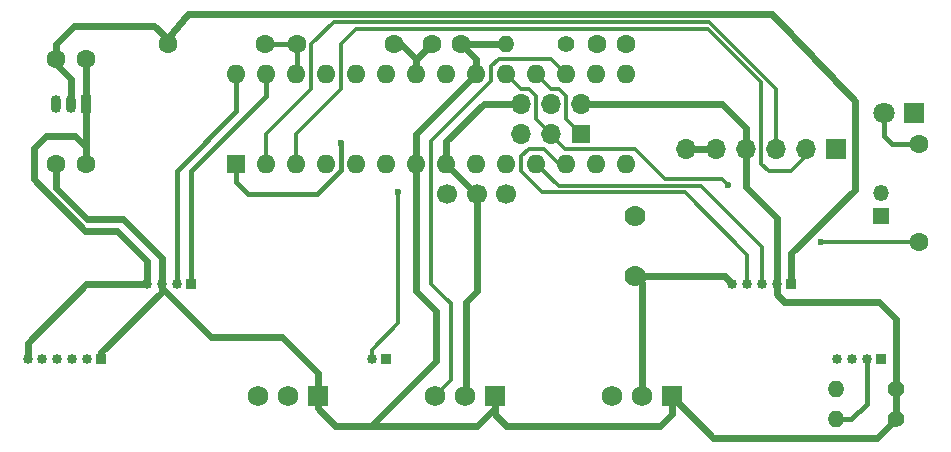
<source format=gbl>
G04 #@! TF.FileFunction,Copper,L2,Bot,Signal*
%FSLAX46Y46*%
G04 Gerber Fmt 4.6, Leading zero omitted, Abs format (unit mm)*
G04 Created by KiCad (PCBNEW 4.0.6) date 06/26/19 10:16:45*
%MOMM*%
%LPD*%
G01*
G04 APERTURE LIST*
%ADD10C,0.100000*%
%ADD11C,1.778000*%
%ADD12C,1.750000*%
%ADD13R,1.750000X1.750000*%
%ADD14R,0.850000X0.850000*%
%ADD15C,0.850000*%
%ADD16R,1.700000X1.700000*%
%ADD17O,1.700000X1.700000*%
%ADD18C,1.400000*%
%ADD19O,1.400000X1.400000*%
%ADD20R,1.600000X1.600000*%
%ADD21O,1.600000X1.600000*%
%ADD22C,1.600000*%
%ADD23C,1.700000*%
%ADD24R,1.800000X1.800000*%
%ADD25C,1.800000*%
%ADD26O,0.900000X1.500000*%
%ADD27R,0.900000X1.500000*%
%ADD28R,1.350000X1.350000*%
%ADD29O,1.350000X1.350000*%
%ADD30C,0.600000*%
%ADD31C,0.406400*%
%ADD32C,0.609600*%
%ADD33C,0.304800*%
G04 APERTURE END LIST*
D10*
D11*
X185420000Y-109220000D03*
X185420000Y-104140000D03*
D12*
X168418000Y-119365000D03*
X170958000Y-119365000D03*
D13*
X173498000Y-119365000D03*
D14*
X140208000Y-116205000D03*
D15*
X138958000Y-116205000D03*
X137708000Y-116205000D03*
X136458000Y-116205000D03*
X135208000Y-116205000D03*
X133958000Y-116205000D03*
D14*
X198628000Y-109855000D03*
D15*
X197378000Y-109855000D03*
X196128000Y-109855000D03*
X194878000Y-109855000D03*
X193628000Y-109855000D03*
D14*
X147828000Y-109855000D03*
D15*
X146578000Y-109855000D03*
X145328000Y-109855000D03*
X144078000Y-109855000D03*
D16*
X202438000Y-98425000D03*
D17*
X199898000Y-98425000D03*
X197358000Y-98425000D03*
X194818000Y-98425000D03*
X192278000Y-98425000D03*
X189738000Y-98425000D03*
D18*
X207478000Y-118745000D03*
D19*
X202398000Y-118745000D03*
D12*
X153418000Y-119365000D03*
X155958000Y-119365000D03*
D13*
X158498000Y-119365000D03*
D20*
X151638000Y-99695000D03*
D21*
X184658000Y-92075000D03*
X154178000Y-99695000D03*
X182118000Y-92075000D03*
X156718000Y-99695000D03*
X179578000Y-92075000D03*
X159258000Y-99695000D03*
X177038000Y-92075000D03*
X161798000Y-99695000D03*
X174498000Y-92075000D03*
X164338000Y-99695000D03*
X171958000Y-92075000D03*
X166878000Y-99695000D03*
X169418000Y-92075000D03*
X169418000Y-99695000D03*
X166878000Y-92075000D03*
X171958000Y-99695000D03*
X164338000Y-92075000D03*
X174498000Y-99695000D03*
X161798000Y-92075000D03*
X177038000Y-99695000D03*
X159258000Y-92075000D03*
X179578000Y-99695000D03*
X156718000Y-92075000D03*
X182118000Y-99695000D03*
X154178000Y-92075000D03*
X184658000Y-99695000D03*
X151638000Y-92075000D03*
D22*
X154047000Y-89535000D03*
X145797000Y-89535000D03*
D23*
X174498000Y-102235000D03*
X171998000Y-102235000D03*
X169498000Y-102235000D03*
D22*
X136398000Y-90805000D03*
X138898000Y-90805000D03*
X136398000Y-99695000D03*
X138898000Y-99695000D03*
D24*
X208998000Y-95365000D03*
D25*
X206458000Y-95365000D03*
D14*
X164338000Y-116205000D03*
D15*
X163088000Y-116205000D03*
D26*
X137668000Y-94615000D03*
X136398000Y-94615000D03*
D27*
X138938000Y-94615000D03*
D22*
X170688000Y-89535000D03*
X168188000Y-89535000D03*
X156722000Y-89535000D03*
X164972000Y-89535000D03*
X209423000Y-106295000D03*
X209423000Y-98045000D03*
X184658000Y-89535000D03*
X182158000Y-89535000D03*
D18*
X179538000Y-89535000D03*
D19*
X174458000Y-89535000D03*
D12*
X183418000Y-119365000D03*
X185958000Y-119365000D03*
D13*
X188498000Y-119365000D03*
D18*
X207478000Y-121285000D03*
D19*
X202398000Y-121285000D03*
D20*
X180848000Y-97155000D03*
D17*
X180848000Y-94615000D03*
X178308000Y-97155000D03*
X178308000Y-94615000D03*
X175768000Y-97155000D03*
X175768000Y-94615000D03*
D14*
X206248000Y-116205000D03*
D15*
X204998000Y-116205000D03*
X203748000Y-116205000D03*
X202498000Y-116205000D03*
D28*
X206248000Y-104140000D03*
D29*
X206248000Y-102140000D03*
D30*
X160528000Y-97917000D03*
X165354000Y-102108000D03*
X201168000Y-106299000D03*
X193294000Y-101473000D03*
D31*
X151638000Y-101219000D02*
X151638000Y-99695000D01*
X152654000Y-102235000D02*
X151638000Y-101219000D01*
X158496000Y-102235000D02*
X152654000Y-102235000D01*
X160528000Y-100203000D02*
X158496000Y-102235000D01*
X160528000Y-97917000D02*
X160528000Y-100203000D01*
D32*
X171038000Y-119285000D02*
X171038000Y-114365000D01*
X171998000Y-110450000D02*
X171038000Y-111410000D01*
X171038000Y-111410000D02*
X171038000Y-114365000D01*
X171998000Y-110450000D02*
X171998000Y-102235000D01*
X171038000Y-119285000D02*
X170958000Y-119365000D01*
X185958000Y-119365000D02*
X185958000Y-109758000D01*
X185958000Y-109758000D02*
X185420000Y-109220000D01*
X169418000Y-99695000D02*
X169418000Y-97790000D01*
X172593000Y-94615000D02*
X175768000Y-94615000D01*
X169418000Y-97790000D02*
X172593000Y-94615000D01*
X171998000Y-102235000D02*
X171958000Y-102235000D01*
X171958000Y-102235000D02*
X169418000Y-99695000D01*
X189738000Y-98425000D02*
X192278000Y-98425000D01*
X185420000Y-109220000D02*
X185928000Y-109220000D01*
X185928000Y-109220000D02*
X186038000Y-109330000D01*
X185420000Y-109220000D02*
X192993000Y-109220000D01*
X192993000Y-109220000D02*
X193628000Y-109855000D01*
X133958000Y-116205000D02*
X133958000Y-114835000D01*
X138938000Y-109855000D02*
X144078000Y-109855000D01*
X133958000Y-114835000D02*
X138938000Y-109855000D01*
X164972000Y-89535000D02*
X165568000Y-89535000D01*
X165568000Y-89535000D02*
X166878000Y-90845000D01*
X166878000Y-92075000D02*
X166878000Y-90845000D01*
X166878000Y-90845000D02*
X168188000Y-89535000D01*
X138898000Y-99695000D02*
X138898000Y-94655000D01*
X138898000Y-94655000D02*
X138938000Y-94615000D01*
X144078000Y-109855000D02*
X144078000Y-107945000D01*
X138898000Y-98265000D02*
X138898000Y-99695000D01*
X137998000Y-97365000D02*
X138898000Y-98265000D01*
X135498000Y-97365000D02*
X137998000Y-97365000D01*
X134498000Y-98365000D02*
X135498000Y-97365000D01*
X134498000Y-101009950D02*
X134498000Y-98365000D01*
X138853050Y-105365000D02*
X134498000Y-101009950D01*
X141498000Y-105365000D02*
X138853050Y-105365000D01*
X144078000Y-107945000D02*
X141498000Y-105365000D01*
X138938000Y-94615000D02*
X138938000Y-90845000D01*
X138938000Y-90845000D02*
X138898000Y-90805000D01*
X138898000Y-94655000D02*
X138938000Y-94615000D01*
D31*
X156722000Y-89535000D02*
X156722000Y-92071000D01*
X156722000Y-92071000D02*
X156718000Y-92075000D01*
X154047000Y-89535000D02*
X156722000Y-89535000D01*
X147828000Y-109855000D02*
X147828000Y-100330000D01*
X154178000Y-93980000D02*
X154178000Y-92075000D01*
X147828000Y-100330000D02*
X154178000Y-93980000D01*
X151638000Y-92075000D02*
X151638000Y-95250000D01*
X146578000Y-100310000D02*
X146578000Y-109855000D01*
X151638000Y-95250000D02*
X146578000Y-100310000D01*
D33*
X163088000Y-115423000D02*
X163088000Y-116205000D01*
X165354000Y-113157000D02*
X163088000Y-115423000D01*
X165354000Y-102108000D02*
X165354000Y-113157000D01*
X179578000Y-99695000D02*
X178943000Y-99695000D01*
X178943000Y-99695000D02*
X177673000Y-98425000D01*
X177673000Y-98425000D02*
X176403000Y-98425000D01*
X176403000Y-98425000D02*
X175768000Y-99060000D01*
X175768000Y-99060000D02*
X175768000Y-100330000D01*
X175768000Y-100330000D02*
X177542802Y-102104802D01*
X177542802Y-102104802D02*
X189607802Y-102104802D01*
X189607802Y-102104802D02*
X194878000Y-107375000D01*
X194878000Y-107375000D02*
X194878000Y-109855000D01*
X196128000Y-109855000D02*
X196128000Y-106720000D01*
X178943000Y-101600000D02*
X177038000Y-99695000D01*
X191008000Y-101600000D02*
X178943000Y-101600000D01*
X196128000Y-106720000D02*
X191008000Y-101600000D01*
X191897000Y-100965000D02*
X192786000Y-100965000D01*
X179451000Y-98425000D02*
X185420000Y-98425000D01*
X185420000Y-98425000D02*
X187960000Y-100965000D01*
X187960000Y-100965000D02*
X191897000Y-100965000D01*
X178308000Y-97282000D02*
X179451000Y-98425000D01*
X201172000Y-106295000D02*
X209423000Y-106295000D01*
X201168000Y-106299000D02*
X201172000Y-106295000D01*
X192786000Y-100965000D02*
X193294000Y-101473000D01*
X178308000Y-97155000D02*
X178308000Y-97282000D01*
X178308000Y-97155000D02*
X177038000Y-95885000D01*
X175768000Y-93345000D02*
X174498000Y-92075000D01*
X176403000Y-93345000D02*
X175768000Y-93345000D01*
X177038000Y-93980000D02*
X176403000Y-93345000D01*
X177038000Y-95885000D02*
X177038000Y-93980000D01*
X180848000Y-97155000D02*
X179578000Y-95885000D01*
X178308000Y-93345000D02*
X177038000Y-92075000D01*
X178943000Y-93345000D02*
X178308000Y-93345000D01*
X179578000Y-93980000D02*
X178943000Y-93345000D01*
X179578000Y-95885000D02*
X179578000Y-93980000D01*
D32*
X168498000Y-114365000D02*
X168498000Y-116365000D01*
X166878000Y-110490000D02*
X168498000Y-112110000D01*
X168498000Y-112110000D02*
X168498000Y-114365000D01*
X166878000Y-99695000D02*
X166878000Y-110490000D01*
X168498000Y-116365000D02*
X162998000Y-121865000D01*
X173498000Y-119365000D02*
X173498000Y-120365000D01*
X173498000Y-120365000D02*
X171998000Y-121865000D01*
X171998000Y-121865000D02*
X162998000Y-121865000D01*
X158498000Y-120365000D02*
X158498000Y-119365000D01*
X162998000Y-121865000D02*
X159998000Y-121865000D01*
X159998000Y-121865000D02*
X158498000Y-120365000D01*
X188498000Y-119365000D02*
X188498000Y-120865000D01*
X173498000Y-120865000D02*
X173498000Y-119365000D01*
X174498000Y-121865000D02*
X173498000Y-120865000D01*
X187498000Y-121865000D02*
X174498000Y-121865000D01*
X188498000Y-120865000D02*
X187498000Y-121865000D01*
X200498000Y-122865000D02*
X191998000Y-122865000D01*
X200498000Y-122865000D02*
X205898000Y-122865000D01*
X207478000Y-121285000D02*
X205898000Y-122865000D01*
X191998000Y-122865000D02*
X188498000Y-119365000D01*
X153498000Y-114365000D02*
X155498000Y-114365000D01*
X155498000Y-114365000D02*
X158498000Y-117365000D01*
X158498000Y-117365000D02*
X158498000Y-119365000D01*
X145328000Y-110195000D02*
X149498000Y-114365000D01*
X149498000Y-114365000D02*
X153498000Y-114365000D01*
X166878000Y-99695000D02*
X166878000Y-97155000D01*
X166878000Y-97155000D02*
X171958000Y-92075000D01*
X171958000Y-92075000D02*
X171958000Y-90805000D01*
X171958000Y-90805000D02*
X170688000Y-89535000D01*
X170688000Y-89535000D02*
X174458000Y-89535000D01*
X194818000Y-98425000D02*
X194818000Y-96685000D01*
X192748000Y-94615000D02*
X180848000Y-94615000D01*
X194818000Y-96685000D02*
X192748000Y-94615000D01*
X197378000Y-109855000D02*
X197378000Y-104245000D01*
X194818000Y-101685000D02*
X194818000Y-98425000D01*
X197378000Y-104245000D02*
X194818000Y-101685000D01*
X197378000Y-109855000D02*
X197378000Y-110745000D01*
X207478000Y-112845000D02*
X207478000Y-118745000D01*
X205998000Y-111365000D02*
X207478000Y-112845000D01*
X197998000Y-111365000D02*
X205998000Y-111365000D01*
X197378000Y-110745000D02*
X197998000Y-111365000D01*
X207478000Y-121285000D02*
X207478000Y-118745000D01*
X145328000Y-109855000D02*
X145328000Y-110195000D01*
X145328000Y-109855000D02*
X145328000Y-110535000D01*
X140208000Y-115655000D02*
X140208000Y-116205000D01*
X145328000Y-110535000D02*
X140208000Y-115655000D01*
X145328000Y-109855000D02*
X145328000Y-107695000D01*
X136398000Y-101765000D02*
X136398000Y-99695000D01*
X138998000Y-104365000D02*
X136398000Y-101765000D01*
X141998000Y-104365000D02*
X138998000Y-104365000D01*
X145328000Y-107695000D02*
X141998000Y-104365000D01*
D31*
X209423000Y-98045000D02*
X207138000Y-98045000D01*
X206458000Y-97365000D02*
X206458000Y-95365000D01*
X207138000Y-98045000D02*
X206458000Y-97365000D01*
D33*
X169799000Y-115570000D02*
X169799000Y-117984000D01*
X178308000Y-90805000D02*
X173863000Y-90805000D01*
X173863000Y-90805000D02*
X173228000Y-91440000D01*
X173228000Y-91440000D02*
X173228000Y-92710000D01*
X173228000Y-92710000D02*
X168148000Y-97790000D01*
X168148000Y-97790000D02*
X168148000Y-109855000D01*
X168148000Y-109855000D02*
X169418000Y-111125000D01*
X179578000Y-92075000D02*
X178308000Y-90805000D01*
X169799000Y-111506000D02*
X169418000Y-111125000D01*
X169799000Y-115570000D02*
X169799000Y-111506000D01*
X169799000Y-117984000D02*
X168418000Y-119365000D01*
X154178000Y-99695000D02*
X154178000Y-97155000D01*
X197358000Y-93345000D02*
X197358000Y-98425000D01*
X191665202Y-87652202D02*
X197358000Y-93345000D01*
X159870798Y-87652202D02*
X191665202Y-87652202D01*
X157988000Y-89535000D02*
X159870798Y-87652202D01*
X157988000Y-93345000D02*
X157988000Y-89535000D01*
X154178000Y-97155000D02*
X157988000Y-93345000D01*
X199898000Y-98425000D02*
X199898000Y-99060000D01*
X199898000Y-99060000D02*
X198628000Y-100330000D01*
X198628000Y-100330000D02*
X196723000Y-100330000D01*
X196723000Y-100330000D02*
X196088000Y-99695000D01*
X196088000Y-99695000D02*
X196088000Y-92788898D01*
X196088000Y-92788898D02*
X191564102Y-88265000D01*
X191564102Y-88265000D02*
X161798000Y-88265000D01*
X161798000Y-88265000D02*
X160528000Y-89535000D01*
X160528000Y-89535000D02*
X160528000Y-93345000D01*
X160528000Y-93345000D02*
X156718000Y-97155000D01*
X156718000Y-97155000D02*
X156718000Y-99695000D01*
D32*
X145797000Y-89535000D02*
X145797000Y-89155000D01*
X145797000Y-89155000D02*
X144653000Y-88011000D01*
X136398000Y-89535000D02*
X136398000Y-90805000D01*
X137922000Y-88011000D02*
X136398000Y-89535000D01*
X144653000Y-88011000D02*
X137922000Y-88011000D01*
X145797000Y-89535000D02*
X145797000Y-89066000D01*
X145797000Y-89066000D02*
X147498000Y-86995000D01*
X136398000Y-90805000D02*
X136398000Y-91265000D01*
X136398000Y-91265000D02*
X137668000Y-92535000D01*
X137668000Y-92535000D02*
X137668000Y-94615000D01*
X198628000Y-109855000D02*
X198628000Y-107235000D01*
X196998000Y-86995000D02*
X147498000Y-86995000D01*
X203998000Y-94365000D02*
X196998000Y-86995000D01*
X203998000Y-101865000D02*
X203998000Y-94365000D01*
X198628000Y-107235000D02*
X203998000Y-101865000D01*
D31*
X202398000Y-121285000D02*
X203708000Y-121285000D01*
X204998000Y-119995000D02*
X204998000Y-116205000D01*
X203708000Y-121285000D02*
X204998000Y-119995000D01*
M02*

</source>
